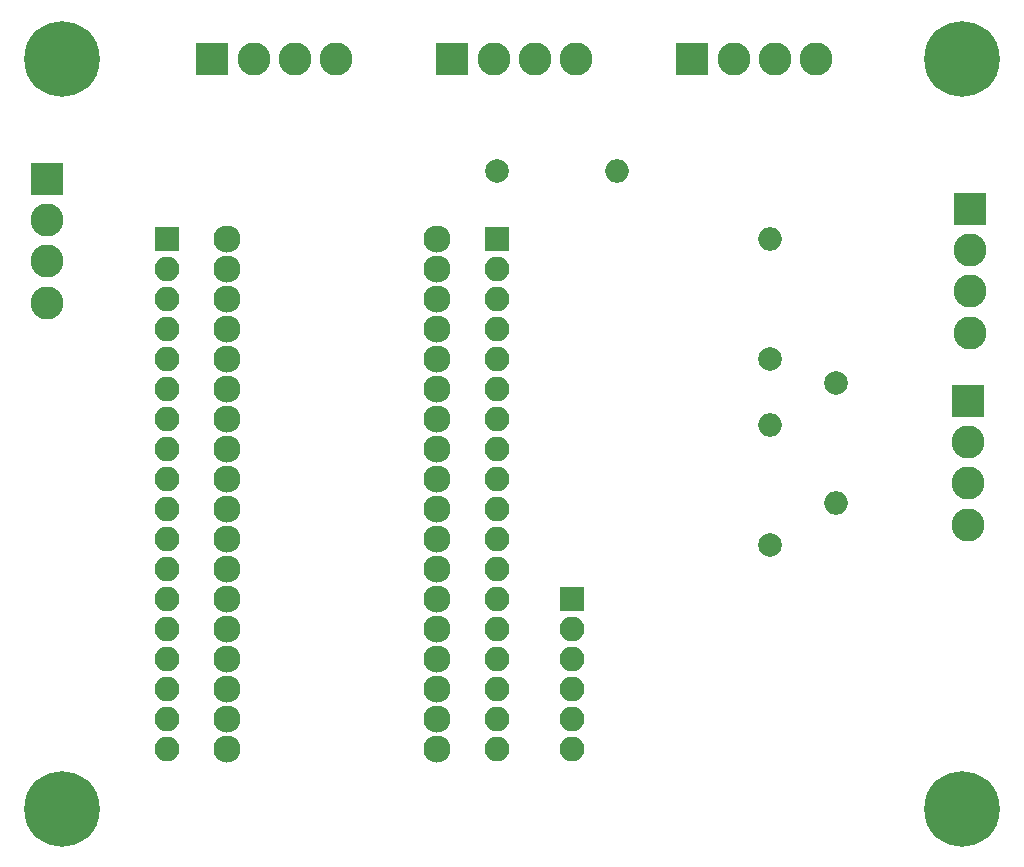
<source format=gbr>
G04 #@! TF.GenerationSoftware,KiCad,Pcbnew,(5.0.0-rc2-dev-179-gab3780148)*
G04 #@! TF.CreationDate,2018-03-14T15:03:32-05:00*
G04 #@! TF.ProjectId,weather_station,776561746865725F73746174696F6E2E,rev?*
G04 #@! TF.SameCoordinates,Original*
G04 #@! TF.FileFunction,Soldermask,Top*
G04 #@! TF.FilePolarity,Negative*
%FSLAX46Y46*%
G04 Gerber Fmt 4.6, Leading zero omitted, Abs format (unit mm)*
G04 Created by KiCad (PCBNEW (5.0.0-rc2-dev-179-gab3780148)) date 03/14/18 15:03:32*
%MOMM*%
%LPD*%
G01*
G04 APERTURE LIST*
%ADD10R,2.100000X2.100000*%
%ADD11O,2.100000X2.100000*%
%ADD12R,2.800000X2.800000*%
%ADD13C,2.800000*%
%ADD14C,6.400000*%
%ADD15C,2.000000*%
%ADD16O,2.000000X2.000000*%
%ADD17C,2.300000*%
G04 APERTURE END LIST*
D10*
X87630000Y-66040000D03*
D11*
X87630000Y-68580000D03*
X87630000Y-71120000D03*
X87630000Y-73660000D03*
X87630000Y-76200000D03*
X87630000Y-78740000D03*
X87630000Y-81280000D03*
X87630000Y-83820000D03*
X87630000Y-86360000D03*
X87630000Y-88900000D03*
X87630000Y-91440000D03*
X87630000Y-93980000D03*
X87630000Y-96520000D03*
X87630000Y-99060000D03*
X87630000Y-101600000D03*
X87630000Y-104140000D03*
X87630000Y-106680000D03*
X87630000Y-109220000D03*
D12*
X127635000Y-63500000D03*
D13*
X127635000Y-67000000D03*
X127635000Y-70500000D03*
X127635000Y-74000000D03*
D12*
X49530000Y-60960000D03*
D13*
X49530000Y-64460000D03*
X49530000Y-67960000D03*
X49530000Y-71460000D03*
D10*
X59690000Y-66040000D03*
D11*
X59690000Y-68580000D03*
X59690000Y-71120000D03*
X59690000Y-73660000D03*
X59690000Y-76200000D03*
X59690000Y-78740000D03*
X59690000Y-81280000D03*
X59690000Y-83820000D03*
X59690000Y-86360000D03*
X59690000Y-88900000D03*
X59690000Y-91440000D03*
X59690000Y-93980000D03*
X59690000Y-96520000D03*
X59690000Y-99060000D03*
X59690000Y-101600000D03*
X59690000Y-104140000D03*
X59690000Y-106680000D03*
X59690000Y-109220000D03*
D12*
X63500000Y-50800000D03*
D13*
X67000000Y-50800000D03*
X70500000Y-50800000D03*
X74000000Y-50800000D03*
D12*
X83820000Y-50800000D03*
D13*
X87320000Y-50800000D03*
X90820000Y-50800000D03*
X94320000Y-50800000D03*
D12*
X104140000Y-50800000D03*
D13*
X107640000Y-50800000D03*
X111140000Y-50800000D03*
X114640000Y-50800000D03*
D14*
X127000000Y-114300000D03*
X50800000Y-114300000D03*
X50800000Y-50800000D03*
X127000000Y-50800000D03*
D15*
X116332000Y-78232000D03*
D16*
X116332000Y-88392000D03*
D15*
X110744000Y-91948000D03*
D16*
X110744000Y-81788000D03*
D15*
X110744000Y-76200000D03*
D16*
X110744000Y-66040000D03*
D15*
X87630000Y-60325000D03*
D16*
X97790000Y-60325000D03*
D10*
X93980000Y-96520000D03*
D11*
X93980000Y-99060000D03*
X93980000Y-101600000D03*
X93980000Y-104140000D03*
X93980000Y-106680000D03*
X93980000Y-109220000D03*
D17*
X64770000Y-66040000D03*
X64770000Y-68580000D03*
X64770000Y-71120000D03*
X64770000Y-73660000D03*
X64770000Y-76200000D03*
X64770000Y-78740000D03*
X64770000Y-81280000D03*
X64770000Y-83820000D03*
X64770000Y-86360000D03*
X64770000Y-88900000D03*
X64770000Y-91440000D03*
X64770000Y-93980000D03*
X64770000Y-96520000D03*
X64770000Y-99060000D03*
X64770000Y-101600000D03*
X64770000Y-104140000D03*
X64770000Y-106680000D03*
X64770000Y-109220000D03*
X82550000Y-66040000D03*
X82550000Y-68580000D03*
X82550000Y-71120000D03*
X82550000Y-73660000D03*
X82550000Y-76200000D03*
X82550000Y-78740000D03*
X82550000Y-81280000D03*
X82550000Y-83820000D03*
X82550000Y-86360000D03*
X82550000Y-88900000D03*
X82550000Y-91440000D03*
X82550000Y-93980000D03*
X82550000Y-96520000D03*
X82550000Y-99060000D03*
X82550000Y-101600000D03*
X82550000Y-104140000D03*
X82550000Y-106680000D03*
X82550000Y-109220000D03*
D12*
X127508000Y-79756000D03*
D13*
X127508000Y-83256000D03*
X127508000Y-86756000D03*
X127508000Y-90256000D03*
M02*

</source>
